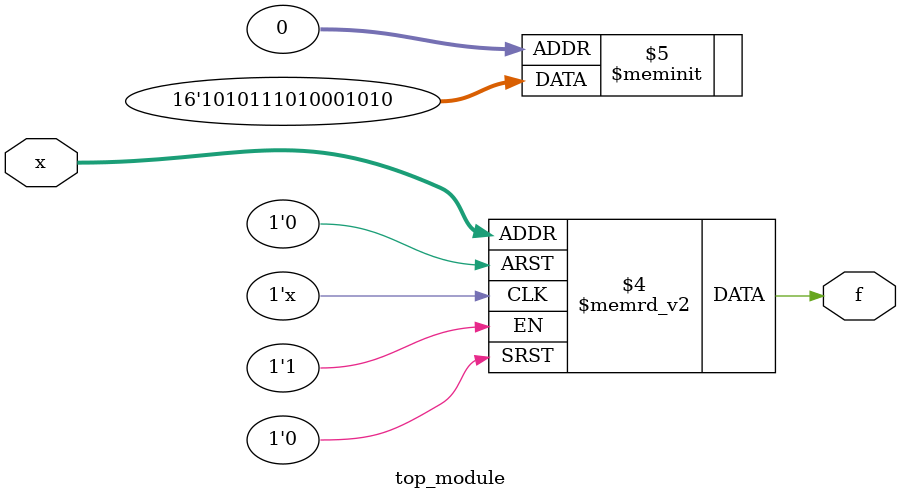
<source format=sv>
module top_module (
    input [4:1] x,
    output logic f
);

always_comb begin
    case (x)
        4'b0000, 4'b0101, 4'b1100, 4'b1110: f = 1'b0;
        4'b0001, 4'b0011, 4'b0111, 4'b1001: f = 1'b1;
        4'b1010, 4'b1011, 4'b1101, 4'b1111: f = 1'b1; // Don't care condition, output 1
        default: f = 1'b0;
    endcase
end

endmodule

</source>
